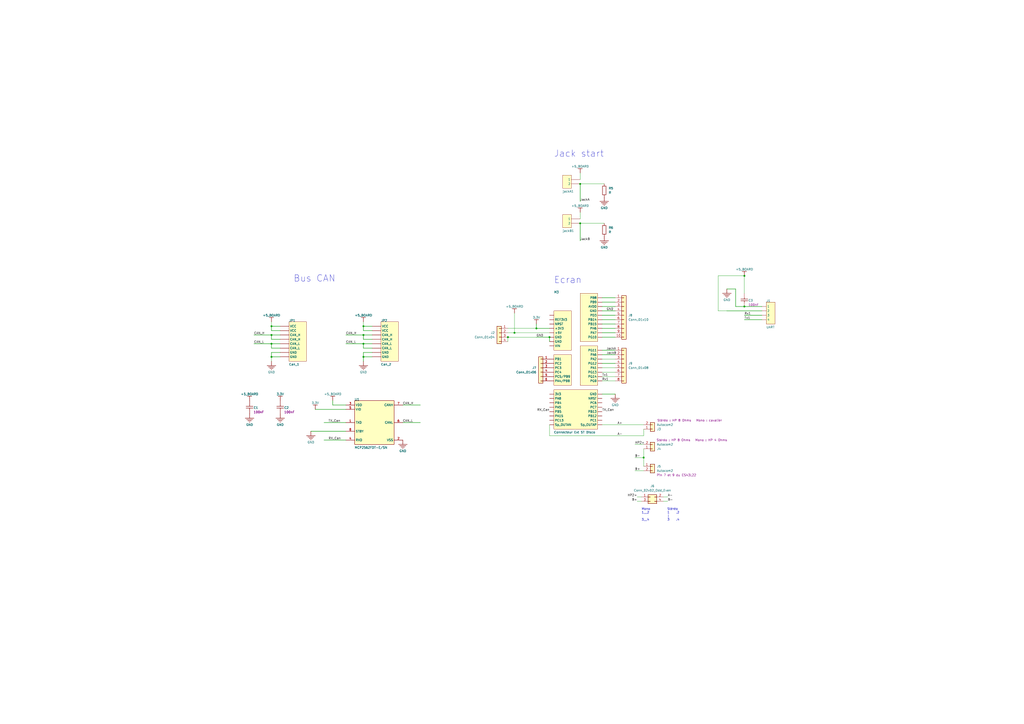
<source format=kicad_sch>
(kicad_sch (version 20211123) (generator eeschema)
  (paper "A2")
  (lib_symbols
    (symbol "0_SymbGamelGe2_v6:Autocom2" (pin_names (offset 1.016) hide)
      (property "Reference" "J" (at 0 2.54 0))
      (property "Value" "Autocom2" (at 0 -5.08 0))
      (symbol "Autocom2_1_1"
        (rectangle (start -1.27 -2.413) (end 0 -2.667) (stroke (width 0.1524)))
        (rectangle (start -1.27 0.127) (end 0 -0.127) (stroke (width 0.1524)))
        (rectangle (start -1.27 1.27) (end 1.27 -3.81) (stroke (width 0.254)) (fill (type background)))
        (pin passive line (at -5.08 0 0) (length 3.81) (name "Pin_1") (number "1"))
        (pin passive line (at -5.08 -2.54 0) (length 3.81) (name "Pin_2") (number "2"))
      )
    )
    (symbol "0_SymbGamelGe2_v6:R" (pin_numbers hide) (pin_names (offset 0))
      (property "Reference" "R" (at 2.032 0 90))
      (property "Value" "R" (at 0 0 90))
      (symbol "R_0_1"
        (rectangle (start -1.016 -2.54) (end 1.016 2.54) (stroke (width 0.254)))
      )
      (symbol "R_1_1"
        (pin passive line (at 0 3.81 270) (length 1.27) (name "~") (number "1"))
        (pin passive line (at 0 -3.81 90) (length 1.27) (name "~") (number "2"))
      )
    )
    (symbol "Connector_Generic:Conn_01x04" (pin_names (offset 1.016) hide)
      (property "Reference" "J" (at 0 5.08 0))
      (property "Value" "Conn_01x04" (at 0 -7.62 0))
      (symbol "Conn_01x04_1_1"
        (rectangle (start -1.27 -4.953) (end 0 -5.207) (stroke (width 0.1524)))
        (rectangle (start -1.27 -2.413) (end 0 -2.667) (stroke (width 0.1524)))
        (rectangle (start -1.27 0.127) (end 0 -0.127) (stroke (width 0.1524)))
        (rectangle (start -1.27 2.667) (end 0 2.413) (stroke (width 0.1524)))
        (rectangle (start -1.27 3.81) (end 1.27 -6.35) (stroke (width 0.254)) (fill (type background)))
        (pin passive line (at -5.08 2.54 0) (length 3.81) (name "Pin_1") (number "1"))
        (pin passive line (at -5.08 0 0) (length 3.81) (name "Pin_2") (number "2"))
        (pin passive line (at -5.08 -2.54 0) (length 3.81) (name "Pin_3") (number "3"))
        (pin passive line (at -5.08 -5.08 0) (length 3.81) (name "Pin_4") (number "4"))
      )
    )
    (symbol "Connector_Generic:Conn_01x06" (pin_names (offset 1.016) hide)
      (property "Reference" "J" (at 0 7.62 0))
      (property "Value" "Conn_01x06" (at 0 -10.16 0))
      (symbol "Conn_01x06_1_1"
        (rectangle (start -1.27 -7.493) (end 0 -7.747) (stroke (width 0.1524)))
        (rectangle (start -1.27 -4.953) (end 0 -5.207) (stroke (width 0.1524)))
        (rectangle (start -1.27 -2.413) (end 0 -2.667) (stroke (width 0.1524)))
        (rectangle (start -1.27 0.127) (end 0 -0.127) (stroke (width 0.1524)))
        (rectangle (start -1.27 2.667) (end 0 2.413) (stroke (width 0.1524)))
        (rectangle (start -1.27 5.207) (end 0 4.953) (stroke (width 0.1524)))
        (rectangle (start -1.27 6.35) (end 1.27 -8.89) (stroke (width 0.254)) (fill (type background)))
        (pin passive line (at -5.08 5.08 0) (length 3.81) (name "Pin_1") (number "1"))
        (pin passive line (at -5.08 2.54 0) (length 3.81) (name "Pin_2") (number "2"))
        (pin passive line (at -5.08 0 0) (length 3.81) (name "Pin_3") (number "3"))
        (pin passive line (at -5.08 -2.54 0) (length 3.81) (name "Pin_4") (number "4"))
        (pin passive line (at -5.08 -5.08 0) (length 3.81) (name "Pin_5") (number "5"))
        (pin passive line (at -5.08 -7.62 0) (length 3.81) (name "Pin_6") (number "6"))
      )
    )
    (symbol "Connector_Generic:Conn_01x08" (pin_names (offset 1.016) hide)
      (property "Reference" "J" (at 0 10.16 0))
      (property "Value" "Conn_01x08" (at 0 -12.7 0))
      (symbol "Conn_01x08_1_1"
        (rectangle (start -1.27 -10.033) (end 0 -10.287) (stroke (width 0.1524)))
        (rectangle (start -1.27 -7.493) (end 0 -7.747) (stroke (width 0.1524)))
        (rectangle (start -1.27 -4.953) (end 0 -5.207) (stroke (width 0.1524)))
        (rectangle (start -1.27 -2.413) (end 0 -2.667) (stroke (width 0.1524)))
        (rectangle (start -1.27 0.127) (end 0 -0.127) (stroke (width 0.1524)))
        (rectangle (start -1.27 2.667) (end 0 2.413) (stroke (width 0.1524)))
        (rectangle (start -1.27 5.207) (end 0 4.953) (stroke (width 0.1524)))
        (rectangle (start -1.27 7.747) (end 0 7.493) (stroke (width 0.1524)))
        (rectangle (start -1.27 8.89) (end 1.27 -11.43) (stroke (width 0.254)) (fill (type background)))
        (pin passive line (at -5.08 7.62 0) (length 3.81) (name "Pin_1") (number "1"))
        (pin passive line (at -5.08 5.08 0) (length 3.81) (name "Pin_2") (number "2"))
        (pin passive line (at -5.08 2.54 0) (length 3.81) (name "Pin_3") (number "3"))
        (pin passive line (at -5.08 0 0) (length 3.81) (name "Pin_4") (number "4"))
        (pin passive line (at -5.08 -2.54 0) (length 3.81) (name "Pin_5") (number "5"))
        (pin passive line (at -5.08 -5.08 0) (length 3.81) (name "Pin_6") (number "6"))
        (pin passive line (at -5.08 -7.62 0) (length 3.81) (name "Pin_7") (number "7"))
        (pin passive line (at -5.08 -10.16 0) (length 3.81) (name "Pin_8") (number "8"))
      )
    )
    (symbol "Connector_Generic:Conn_01x10" (pin_names (offset 1.016) hide)
      (property "Reference" "J" (at 0 12.7 0))
      (property "Value" "Conn_01x10" (at 0 -15.24 0))
      (symbol "Conn_01x10_1_1"
        (rectangle (start -1.27 -12.573) (end 0 -12.827) (stroke (width 0.1524)))
        (rectangle (start -1.27 -10.033) (end 0 -10.287) (stroke (width 0.1524)))
        (rectangle (start -1.27 -7.493) (end 0 -7.747) (stroke (width 0.1524)))
        (rectangle (start -1.27 -4.953) (end 0 -5.207) (stroke (width 0.1524)))
        (rectangle (start -1.27 -2.413) (end 0 -2.667) (stroke (width 0.1524)))
        (rectangle (start -1.27 0.127) (end 0 -0.127) (stroke (width 0.1524)))
        (rectangle (start -1.27 2.667) (end 0 2.413) (stroke (width 0.1524)))
        (rectangle (start -1.27 5.207) (end 0 4.953) (stroke (width 0.1524)))
        (rectangle (start -1.27 7.747) (end 0 7.493) (stroke (width 0.1524)))
        (rectangle (start -1.27 10.287) (end 0 10.033) (stroke (width 0.1524)))
        (rectangle (start -1.27 11.43) (end 1.27 -13.97) (stroke (width 0.254)) (fill (type background)))
        (pin passive line (at -5.08 10.16 0) (length 3.81) (name "Pin_1") (number "1"))
        (pin passive line (at -5.08 -12.7 0) (length 3.81) (name "Pin_10") (number "10"))
        (pin passive line (at -5.08 7.62 0) (length 3.81) (name "Pin_2") (number "2"))
        (pin passive line (at -5.08 5.08 0) (length 3.81) (name "Pin_3") (number "3"))
        (pin passive line (at -5.08 2.54 0) (length 3.81) (name "Pin_4") (number "4"))
        (pin passive line (at -5.08 0 0) (length 3.81) (name "Pin_5") (number "5"))
        (pin passive line (at -5.08 -2.54 0) (length 3.81) (name "Pin_6") (number "6"))
        (pin passive line (at -5.08 -5.08 0) (length 3.81) (name "Pin_7") (number "7"))
        (pin passive line (at -5.08 -7.62 0) (length 3.81) (name "Pin_8") (number "8"))
        (pin passive line (at -5.08 -10.16 0) (length 3.81) (name "Pin_9") (number "9"))
      )
    )
    (symbol "Connector_Generic:Conn_02x02_Odd_Even" (pin_names (offset 1.016) hide)
      (property "Reference" "J" (at 1.27 2.54 0))
      (property "Value" "Conn_02x02_Odd_Even" (at 1.27 -5.08 0))
      (symbol "Conn_02x02_Odd_Even_1_1"
        (rectangle (start -1.27 -2.413) (end 0 -2.667) (stroke (width 0.1524)))
        (rectangle (start -1.27 0.127) (end 0 -0.127) (stroke (width 0.1524)))
        (rectangle (start -1.27 1.27) (end 3.81 -3.81) (stroke (width 0.254)) (fill (type background)))
        (rectangle (start 3.81 -2.413) (end 2.54 -2.667) (stroke (width 0.1524)))
        (rectangle (start 3.81 0.127) (end 2.54 -0.127) (stroke (width 0.1524)))
        (pin passive line (at -5.08 0 0) (length 3.81) (name "Pin_1") (number "1"))
        (pin passive line (at 7.62 0 180) (length 3.81) (name "Pin_2") (number "2"))
        (pin passive line (at -5.08 -2.54 0) (length 3.81) (name "Pin_3") (number "3"))
        (pin passive line (at 7.62 -2.54 180) (length 3.81) (name "Pin_4") (number "4"))
      )
    )
    (symbol "Schéma Carte Commande-altium-import:+5_BOARD" (power)
      (property "Reference" "#PWR" (at 0 0 0))
      (property "Value" "+5_BOARD" (at 0 3.81 0))
      (symbol "+5_BOARD_0_0"
        (polyline (pts (xy -1.27 -2.54) (xy 1.27 -2.54)) (stroke (width 0.254)))
        (polyline (pts (xy 0 0) (xy 0 -2.54)) (stroke (width 0.254)))
        (pin power_in line (at 0 0 0) (length 0) hide (name "+5_BOARD") (number ""))
      )
    )
    (symbol "Schéma Carte Commande-altium-import:0_Conn. - CAN"
      (property "Value" "0_Conn. - CAN" (at 0 0 0))
      (symbol "0_Conn. - CAN_1_0"
        (rectangle (start 15.24 5.08) (end 5.08 -17.78) (fill (type background)))
        (pin passive line (at 0 0 0) (length 5.08) (name "VCC") (number "1"))
        (pin passive line (at 0 -12.7 0) (length 5.08) (name "GND") (number "2"))
        (pin passive line (at 0 -10.16 0) (length 5.08) (name "CAN_L") (number "3"))
        (pin passive line (at 0 -5.08 0) (length 5.08) (name "CAN_H") (number "4"))
        (pin passive line (at 0 -2.54 0) (length 5.08) (name "CAN_H") (number "5"))
        (pin passive line (at 0 -7.62 0) (length 5.08) (name "CAN_L") (number "6"))
        (pin passive line (at 0 -15.24 0) (length 5.08) (name "GND") (number "7"))
        (pin passive line (at 0 2.54 0) (length 5.08) (name "VCC") (number "8"))
      )
    )
    (symbol "Schéma Carte Commande-altium-import:0_fcb6c66e4429206983adab9201371df"
      (property "Value" "0_fcb6c66e4429206983adab9201371df" (at 0 0 0))
      (symbol "0_fcb6c66e4429206983adab9201371df_1_0"
        (rectangle (start 27.94 2.54) (end 5.08 -22.86) (stroke (width 0.254)) (fill (type background)))
        (pin input line (at 0 -10.16 0) (length 5.08) (name "TXD") (number "1"))
        (pin power_in line (at 33.02 -20.32 180) (length 5.08) (name "VSS") (number "2"))
        (pin power_in line (at 0 0 0) (length 5.08) (name "VDD") (number "3"))
        (pin output line (at 0 -20.32 0) (length 5.08) (name "RXD") (number "4"))
        (pin power_in line (at 0 -2.54 0) (length 5.08) (name "VIO") (number "5"))
        (pin bidirectional line (at 33.02 -10.16 180) (length 5.08) (name "CANL") (number "6"))
        (pin bidirectional line (at 33.02 0 180) (length 5.08) (name "CANH") (number "7"))
        (pin input line (at 0 -15.24 0) (length 5.08) (name "STBY") (number "8"))
      )
    )
    (symbol "Schéma Carte Commande-altium-import:0_mirrored_Autocom_4"
      (property "Value" "0_mirrored_Autocom_4" (at 0 0 0))
      (symbol "0_mirrored_Autocom_4_1_0"
        (rectangle (start 0 2.54) (end -5.08 -10.16) (fill (type background)))
        (pin passive line (at -7.62 0 0) (length 2.54) (name "1") (number "1"))
        (pin passive line (at -7.62 -2.54 0) (length 2.54) (name "2") (number "2"))
        (pin passive line (at -7.62 -5.08 0) (length 2.54) (name "3") (number "3"))
        (pin passive line (at -7.62 -7.62 0) (length 2.54) (name "4") (number "4"))
      )
    )
    (symbol "Schéma Carte Commande-altium-import:1_Cap"
      (property "Value" "1_Cap" (at 0 0 0))
      (symbol "1_Cap_1_0"
        (polyline (pts (xy 0.508 1.778) (xy 4.572 1.778)) (stroke (width 0.254)))
        (polyline (pts (xy 2.54 0) (xy 2.54 0.762)) (stroke (width 0.254)))
        (polyline (pts (xy 2.54 2.54) (xy 2.54 1.778)) (stroke (width 0.254)))
        (polyline (pts (xy 4.572 0.762) (xy 0.508 0.762)) (stroke (width 0.254)))
        (pin passive line (at 2.54 -2.54 90) (length 2.54) (name "1") (number "1"))
        (pin passive line (at 2.54 5.08 270) (length 2.54) (name "2") (number "2"))
      )
    )
    (symbol "Schéma Carte Commande-altium-import:1_Cap_np"
      (property "Value" "1_Cap_np" (at 0 0 0))
      (symbol "1_Cap_np_1_0"
        (polyline (pts (xy -2.032 4.318) (xy 2.032 4.318)) (stroke (width 0.254)))
        (polyline (pts (xy 0 2.54) (xy 0 3.302)) (stroke (width 0.254)))
        (polyline (pts (xy 0 5.08) (xy 0 4.318)) (stroke (width 0.254)))
        (polyline (pts (xy 2.032 3.302) (xy -2.032 3.302)) (stroke (width 0.254)))
        (pin passive line (at 0 0 90) (length 2.54) (name "1") (number "1"))
        (pin passive line (at 0 7.62 270) (length 2.54) (name "2") (number "2"))
      )
    )
    (symbol "Schéma Carte Commande-altium-import:GND" (power)
      (property "Reference" "#PWR" (at 0 0 0))
      (property "Value" "GND" (at 0 6.35 0))
      (symbol "GND_0_0"
        (polyline (pts (xy -2.54 -2.54) (xy 2.54 -2.54)) (stroke (width 0.254)))
        (polyline (pts (xy -1.778 -3.302) (xy 1.778 -3.302)) (stroke (width 0.254)))
        (polyline (pts (xy -1.016 -4.064) (xy 1.016 -4.064)) (stroke (width 0.254)))
        (polyline (pts (xy -0.254 -4.826) (xy 0.254 -4.826)) (stroke (width 0.254)))
        (polyline (pts (xy 0 0) (xy 0 -2.54)) (stroke (width 0.254)))
        (pin power_in line (at 0 0 0) (length 0) hide (name "GND") (number ""))
      )
    )
    (symbol "Sheet1_V9-altium-import:0_Connecteur Ext ST Disco"
      (property "Value" "0_Connecteur Ext ST Disco" (at 0 0 0))
      (symbol "0_Connecteur Ext ST Disco_1_0"
        (rectangle (start -2.54 0) (end -12.7 -17.78) (fill (type background)))
        (rectangle (start -2.54 25.4) (end -12.7 2.54) (fill (type background)))
        (rectangle (start 12.7 -20.32) (end -12.7 -43.18) (fill (type background)))
        (rectangle (start 12.7 5.08) (end 2.54 -17.78) (fill (type background)))
        (rectangle (start 12.7 35.56) (end 2.54 7.62) (fill (type background)))
        (pin passive line (at -15.24 22.86 0) (length 2.54) (name "1") (number "1"))
        (pin passive line (at -15.24 -5.08 0) (length 2.54) (name "PC2") (number "10"))
        (pin passive line (at -15.24 -7.62 0) (length 2.54) (name "PC3") (number "11"))
        (pin passive line (at -15.24 -10.16 0) (length 2.54) (name "PC4") (number "12"))
        (pin passive line (at -15.24 -12.7 0) (length 2.54) (name "PC5/PB9") (number "13"))
        (pin passive line (at -15.24 -15.24 0) (length 2.54) (name "PA4/PB8") (number "14"))
        (pin bidirectional line (at 15.24 -15.24 180) (length 2.54) (name "PG9") (number "15"))
        (pin bidirectional line (at 15.24 -12.7 180) (length 2.54) (name "PG14") (number "16"))
        (pin bidirectional line (at 15.24 -10.16 180) (length 2.54) (name "PG13") (number "17"))
        (pin bidirectional line (at 15.24 -7.62 180) (length 2.54) (name "PA1") (number "18"))
        (pin bidirectional line (at 15.24 -5.08 180) (length 2.54) (name "PG12") (number "19"))
        (pin passive line (at -15.24 20.32 0) (length 2.54) (name "REF3V3") (number "2"))
        (pin bidirectional line (at 15.24 -2.54 180) (length 2.54) (name "PA2") (number "20"))
        (pin bidirectional line (at 15.24 0 180) (length 2.54) (name "PA6") (number "21"))
        (pin bidirectional line (at 15.24 2.54 180) (length 2.54) (name "PG11") (number "22"))
        (pin bidirectional line (at 15.24 10.16 180) (length 2.54) (name "PG10") (number "23"))
        (pin bidirectional line (at 15.24 12.7 180) (length 2.54) (name "PA7") (number "24"))
        (pin bidirectional line (at 15.24 15.24 180) (length 2.54) (name "PH6") (number "25"))
        (pin bidirectional line (at 15.24 17.78 180) (length 2.54) (name "PB15") (number "26"))
        (pin bidirectional line (at 15.24 20.32 180) (length 2.54) (name "PB14") (number "27"))
        (pin bidirectional line (at 15.24 22.86 180) (length 2.54) (name "PD3") (number "28"))
        (pin passive line (at 15.24 25.4 180) (length 2.54) (name "GND") (number "29"))
        (pin passive line (at -15.24 17.78 0) (length 2.54) (name "NRST") (number "3"))
        (pin passive line (at 15.24 27.94 180) (length 2.54) (name "AVDD") (number "30"))
        (pin bidirectional line (at 15.24 30.48 180) (length 2.54) (name "PB9") (number "31"))
        (pin bidirectional line (at 15.24 33.02 180) (length 2.54) (name "PB8") (number "32"))
        (pin passive line (at -15.24 -22.86 0) (length 2.54) (name "3V3") (number "33"))
        (pin passive line (at 15.24 -22.86 180) (length 2.54) (name "GND") (number "34"))
        (pin bidirectional line (at -15.24 -25.4 0) (length 2.54) (name "PA8") (number "35"))
        (pin bidirectional line (at 15.24 -25.4 180) (length 2.54) (name "NRST") (number "36"))
        (pin bidirectional line (at -15.24 -27.94 0) (length 2.54) (name "PB4") (number "37"))
        (pin bidirectional line (at 15.24 -27.94 180) (length 2.54) (name "PC6") (number "38"))
        (pin bidirectional line (at -15.24 -30.48 0) (length 2.54) (name "PA5") (number "39"))
        (pin passive line (at -15.24 15.24 0) (length 2.54) (name "+3V3") (number "4"))
        (pin bidirectional line (at 15.24 -30.48 180) (length 2.54) (name "PC7") (number "40"))
        (pin bidirectional line (at -15.24 -33.02 0) (length 2.54) (name "PB5") (number "41"))
        (pin bidirectional line (at 15.24 -33.02 180) (length 2.54) (name "PB13") (number "42"))
        (pin bidirectional line (at -15.24 -35.56 0) (length 2.54) (name "PA15") (number "43"))
        (pin bidirectional line (at 15.24 -35.56 180) (length 2.54) (name "PB12") (number "44"))
        (pin bidirectional line (at -15.24 -38.1 0) (length 2.54) (name "PC13") (number "45"))
        (pin bidirectional line (at 15.24 -38.1 180) (length 2.54) (name "PC1") (number "46"))
        (pin output line (at -15.24 -40.64 0) (length 2.54) (name "Sp_OUTAN") (number "47"))
        (pin output line (at 15.24 -40.64 180) (length 2.54) (name "Sp_OUTAP") (number "48"))
        (pin passive line (at -15.24 12.7 0) (length 2.54) (name "+5V") (number "5"))
        (pin passive line (at -15.24 10.16 0) (length 2.54) (name "GND") (number "6"))
        (pin passive line (at -15.24 7.62 0) (length 2.54) (name "GND") (number "7"))
        (pin passive line (at -15.24 5.08 0) (length 2.54) (name "VIN") (number "8"))
        (pin passive line (at -15.24 -2.54 0) (length 2.54) (name "PB1") (number "9"))
      )
    )
    (symbol "Sheet1_V9-altium-import:0_mirrored_Conn. - 2 - Header - Gen."
      (property "Value" "0_mirrored_Conn. - 2 - Header - Gen." (at 0 0 0))
      (symbol "0_mirrored_Conn. - 2 - Header - Gen._1_0"
        (rectangle (start -5.08 2.54) (end -10.16 -5.08) (fill (type background)))
        (pin passive line (at 0 0 180) (length 5.08) (name "1") (number "1"))
        (pin passive line (at 0 -2.54 180) (length 5.08) (name "2") (number "2"))
      )
    )
    (symbol "Sheet1_V9-altium-import:3.3V" (power)
      (property "Reference" "#PWR" (at 0 0 0))
      (property "Value" "3.3V" (at 0 3.81 0))
      (symbol "3.3V_0_0"
        (polyline (pts (xy -1.27 -2.54) (xy 1.27 -2.54)) (stroke (width 0.254)))
        (polyline (pts (xy 0 0) (xy 0 -2.54)) (stroke (width 0.254)))
        (pin power_in line (at 0 0 0) (length 0) hide (name "3.3V") (number ""))
      )
    )
    (symbol "Sheet1_V9-altium-import:GND" (power)
      (property "Reference" "#PWR" (at 0 0 0))
      (property "Value" "GND" (at 0 6.35 0))
      (symbol "GND_0_0"
        (polyline (pts (xy -2.54 -2.54) (xy 2.54 -2.54)) (stroke (width 0.254)))
        (polyline (pts (xy -1.778 -3.302) (xy 1.778 -3.302)) (stroke (width 0.254)))
        (polyline (pts (xy -1.016 -4.064) (xy 1.016 -4.064)) (stroke (width 0.254)))
        (polyline (pts (xy -0.254 -4.826) (xy 0.254 -4.826)) (stroke (width 0.254)))
        (polyline (pts (xy 0 0) (xy 0 -2.54)) (stroke (width 0.254)))
        (pin power_in line (at 0 0 0) (length 0) hide (name "GND") (number ""))
      )
    )
  )
  (junction (at 157.48 194.31))
  (junction (at 294.64 195.58))
  (junction (at 311.15 190.5))
  (junction (at 157.48 199.39))
  (junction (at 373.38 265.43))
  (junction (at 157.48 189.23))
  (junction (at 318.77 195.58))
  (junction (at 298.45 193.04))
  (junction (at 336.55 106.68))
  (junction (at 336.55 129.54))
  (junction (at 431.8 160.02))
  (junction (at 431.8 177.8))
  (junction (at 210.82 199.39))
  (junction (at 157.48 207.01))
  (junction (at 210.82 194.31))
  (junction (at 210.82 189.23))
  (junction (at 210.82 207.01))
  (wire (pts (xy 157.48 194.31) (xy 162.56 194.31)) (stroke (width 0.254)))
  (wire (pts (xy 162.56 201.93) (xy 157.48 201.93)) (stroke (width 0.254)))
  (wire (pts (xy 318.77 195.58) (xy 311.15 195.58)) (stroke (width 0.254)))
  (wire (pts (xy 336.55 129.54) (xy 336.55 139.7)) (stroke (width 0.254)))
  (wire (pts (xy 349.25 203.2) (xy 356.87 203.2)) (stroke (width 0.254)))
  (wire (pts (xy 210.82 204.47) (xy 210.82 207.01)) (stroke (width 0.254)))
  (wire (pts (xy 336.55 129.54) (xy 350.52 129.54)))
  (wire (pts (xy 368.3 265.43) (xy 373.38 265.43)))
  (wire (pts (xy 157.48 199.39) (xy 162.56 199.39)) (stroke (width 0.254)))
  (wire (pts (xy 157.48 207.01) (xy 157.48 209.55)))
  (wire (pts (xy 356.87 177.8) (xy 349.25 177.8)) (stroke (width 0.254)))
  (wire (pts (xy 349.25 215.9) (xy 356.87 215.9)))
  (wire (pts (xy 200.66 199.39) (xy 210.82 199.39)) (stroke (width 0.254)))
  (wire (pts (xy 298.45 193.04) (xy 318.77 193.04)))
  (wire (pts (xy 182.88 237.49) (xy 200.66 237.49)) (stroke (width 0.254)))
  (wire (pts (xy 369.57 290.83) (xy 372.11 290.83)))
  (wire (pts (xy 162.56 196.85) (xy 157.48 196.85)) (stroke (width 0.254)))
  (wire (pts (xy 318.77 198.12) (xy 318.77 195.58)) (stroke (width 0.254)))
  (wire (pts (xy 373.38 252.73) (xy 373.38 248.92)))
  (wire (pts (xy 215.9 201.93) (xy 210.82 201.93)) (stroke (width 0.254)))
  (wire (pts (xy 187.96 255.27) (xy 200.66 255.27)) (stroke (width 0.254)))
  (wire (pts (xy 210.82 207.01) (xy 210.82 209.55)) (stroke (width 0.254)))
  (wire (pts (xy 147.32 194.31) (xy 157.48 194.31)) (stroke (width 0.254)))
  (wire (pts (xy 215.9 207.01) (xy 210.82 207.01)) (stroke (width 0.254)))
  (wire (pts (xy 147.32 199.39) (xy 157.48 199.39)) (stroke (width 0.254)))
  (wire (pts (xy 162.56 191.77) (xy 157.48 191.77)) (stroke (width 0.254)))
  (wire (pts (xy 311.15 190.5) (xy 318.77 190.5)) (stroke (width 0.254)))
  (wire (pts (xy 187.96 245.11) (xy 200.66 245.11)) (stroke (width 0.254)))
  (wire (pts (xy 431.8 177.8) (xy 426.72 177.8)) (stroke (width 0.254)))
  (wire (pts (xy 318.77 252.73) (xy 373.38 252.73)))
  (wire (pts (xy 356.87 175.26) (xy 349.25 175.26)) (stroke (width 0.254)))
  (wire (pts (xy 356.87 180.34) (xy 349.25 180.34)) (stroke (width 0.254)))
  (wire (pts (xy 336.55 123.19) (xy 336.55 127)))
  (wire (pts (xy 369.57 288.29) (xy 372.11 288.29)))
  (wire (pts (xy 193.04 232.41) (xy 193.04 234.95)) (stroke (width 0.254)))
  (wire (pts (xy 215.9 191.77) (xy 210.82 191.77)) (stroke (width 0.254)))
  (wire (pts (xy 349.25 187.96) (xy 356.87 187.96)) (stroke (width 0.254)))
  (wire (pts (xy 243.84 245.11) (xy 233.68 245.11)) (stroke (width 0.254)))
  (wire (pts (xy 200.66 194.31) (xy 210.82 194.31)) (stroke (width 0.254)))
  (wire (pts (xy 210.82 194.31) (xy 215.9 194.31)) (stroke (width 0.254)))
  (wire (pts (xy 336.55 106.68) (xy 336.55 116.84)) (stroke (width 0.254)))
  (wire (pts (xy 373.38 257.81) (xy 368.3 257.81)))
  (wire (pts (xy 157.48 189.23) (xy 162.56 189.23)) (stroke (width 0.254)))
  (wire (pts (xy 210.82 186.69) (xy 210.82 189.23)))
  (wire (pts (xy 349.25 205.74) (xy 356.87 205.74)) (stroke (width 0.254)))
  (wire (pts (xy 294.64 190.5) (xy 311.15 190.5)))
  (wire (pts (xy 349.25 195.58) (xy 356.87 195.58)) (stroke (width 0.254)))
  (wire (pts (xy 215.9 196.85) (xy 210.82 196.85)) (stroke (width 0.254)))
  (wire (pts (xy 298.45 181.61) (xy 298.45 193.04)))
  (wire (pts (xy 210.82 199.39) (xy 215.9 199.39)) (stroke (width 0.254)))
  (wire (pts (xy 426.72 167.64) (xy 421.64 167.64)) (stroke (width 0.254)))
  (wire (pts (xy 180.34 250.19) (xy 200.66 250.19)) (stroke (width 0.254)))
  (wire (pts (xy 349.25 246.38) (xy 373.38 246.38)))
  (wire (pts (xy 421.64 180.34) (xy 416.56 180.34)))
  (wire (pts (xy 349.25 185.42) (xy 356.87 185.42)) (stroke (width 0.254)))
  (wire (pts (xy 373.38 273.05) (xy 368.3 273.05)))
  (wire (pts (xy 373.38 260.35) (xy 373.38 265.43)))
  (wire (pts (xy 441.96 177.8) (xy 431.8 177.8)) (stroke (width 0.254)))
  (wire (pts (xy 431.8 185.42) (xy 441.96 185.42)) (stroke (width 0.254)))
  (wire (pts (xy 336.55 106.68) (xy 350.52 106.68)))
  (wire (pts (xy 431.8 160.02) (xy 431.8 170.18)))
  (wire (pts (xy 157.48 186.69) (xy 157.48 189.23)))
  (wire (pts (xy 294.64 195.58) (xy 294.64 198.12)))
  (wire (pts (xy 349.25 193.04) (xy 356.87 193.04)) (stroke (width 0.254)))
  (wire (pts (xy 157.48 191.77) (xy 157.48 189.23)) (stroke (width 0.254)))
  (wire (pts (xy 349.25 228.6) (xy 356.87 228.6)) (stroke (width 0.254)))
  (wire (pts (xy 349.25 182.88) (xy 356.87 182.88)) (stroke (width 0.254)))
  (wire (pts (xy 349.25 218.44) (xy 356.87 218.44)))
  (wire (pts (xy 294.64 193.04) (xy 298.45 193.04)))
  (wire (pts (xy 157.48 196.85) (xy 157.48 194.31)) (stroke (width 0.254)))
  (wire (pts (xy 356.87 172.72) (xy 349.25 172.72)) (stroke (width 0.254)))
  (wire (pts (xy 416.56 180.34) (xy 416.56 160.02)))
  (wire (pts (xy 416.56 160.02) (xy 431.8 160.02)))
  (wire (pts (xy 349.25 213.36) (xy 356.87 213.36)))
  (wire (pts (xy 157.48 201.93) (xy 157.48 199.39)) (stroke (width 0.254)))
  (wire (pts (xy 162.56 207.01) (xy 157.48 207.01)) (stroke (width 0.254)))
  (wire (pts (xy 349.25 210.82) (xy 356.87 210.82)) (stroke (width 0.254)))
  (wire (pts (xy 311.15 187.96) (xy 311.15 190.5)) (stroke (width 0.254)))
  (wire (pts (xy 294.64 195.58) (xy 311.15 195.58)))
  (wire (pts (xy 387.35 288.29) (xy 384.81 288.29)))
  (wire (pts (xy 349.25 208.28) (xy 356.87 208.28)))
  (wire (pts (xy 431.8 182.88) (xy 441.96 182.88)) (stroke (width 0.254)))
  (wire (pts (xy 318.77 246.38) (xy 318.77 252.73)))
  (wire (pts (xy 349.25 190.5) (xy 356.87 190.5)) (stroke (width 0.254)))
  (wire (pts (xy 210.82 201.93) (xy 210.82 199.39)) (stroke (width 0.254)))
  (wire (pts (xy 349.25 220.98) (xy 356.87 220.98)))
  (wire (pts (xy 387.35 290.83) (xy 384.81 290.83)))
  (wire (pts (xy 157.48 204.47) (xy 157.48 207.01)) (stroke (width 0.254)))
  (wire (pts (xy 210.82 191.77) (xy 210.82 189.23)) (stroke (width 0.254)))
  (wire (pts (xy 441.96 180.34) (xy 421.64 180.34)) (stroke (width 0.254)))
  (wire (pts (xy 210.82 189.23) (xy 215.9 189.23)) (stroke (width 0.254)))
  (wire (pts (xy 373.38 265.43) (xy 373.38 270.51)))
  (wire (pts (xy 336.55 100.33) (xy 336.55 104.14)))
  (wire (pts (xy 426.72 177.8) (xy 426.72 167.64)) (stroke (width 0.254)))
  (wire (pts (xy 193.04 234.95) (xy 200.66 234.95)) (stroke (width 0.254)))
  (wire (pts (xy 215.9 204.47) (xy 210.82 204.47)) (stroke (width 0.254)))
  (wire (pts (xy 243.84 234.95) (xy 233.68 234.95)) (stroke (width 0.254)))
  (wire (pts (xy 162.56 204.47) (xy 157.48 204.47)) (stroke (width 0.254)))
  (wire (pts (xy 210.82 196.85) (xy 210.82 194.31)) (stroke (width 0.254)))
  (text "Mono		Stéréo\n1__2		1	.2\n			|\n3__4		3	.4" (at 372.11 302.26 0) (effects (font (size 1.27 1.27)) (justify left bottom)))
  (text "Bus CAN" (at 170.18 163.83 180) (effects (font (size 3.81 3.81)) (justify left bottom)))
  (text "Jack start" (at 321.31 91.44 180) (effects (font (size 3.81 3.81)) (justify left bottom)))
  (text "Ecran" (at 321.31 164.719 180) (effects (font (size 3.81 3.81)) (justify left bottom)))
  (label "Tx1" (at 431.8 185.42 0))
  (label "CAN_L" (at 200.66 199.39 0))
  (label "TX_Can" (at 349.25 238.76 0))
  (label "B-" (at 387.35 290.83 0))
  (label "RX_Can" (at 190.5 255.27 0))
  (label "CAN_H" (at 200.66 194.31 0))
  (label "Rx1" (at 431.8 182.88 0))
  (label "CAN_H" (at 147.32 194.31 0))
  (label "A-" (at 387.35 288.29 0))
  (label "RX_Can" (at 318.77 238.76 180))
  (label "A-" (at 358.14 252.73 0))
  (label "CAN_L" (at 233.68 245.11 0))
  (label "JackA" (at 336.55 116.84 0))
  (label "CAN_H" (at 233.68 234.95 0))
  (label "JackA" (at 351.79 203.2 0))
  (label "GND" (at 351.79 180.34 0))
  (label "Rx1" (at 349.25 220.98 0))
  (label "CAN_L" (at 147.32 199.39 0))
  (label "B+" (at 369.57 290.83 180))
  (label "A+" (at 358.14 246.38 0))
  (label "HP2+" (at 369.57 288.29 180))
  (label "B-" (at 368.3 265.43 0))
  (label "HP2+" (at 368.3 257.81 0))
  (label "TX_Can" (at 190.5 245.11 0))
  (label "Tx1" (at 349.25 218.44 0))
  (label "B+" (at 368.3 273.05 0))
  (label "GND" (at 311.15 195.58 0))
  (label "JackB" (at 336.55 139.7 0))
  (label "JackB" (at 351.79 205.74 0))
  (symbol (lib_id "Connector_Generic:Conn_02x02_Odd_Even") (at 377.19 288.29 0) (unit 1)
    (property "Reference" "J6" (at 378.46 281.94 0))
    (property "Value" "Conn_02x02_Odd_Even" (at 378.46 284.48 0))
    (property "Footprint" "Connector_PinHeader_2.54mm:PinHeader_2x02_P2.54mm_Vertical" (effects hide))
  )
  (symbol (lib_id "Schéma Carte Commande-altium-import:0_Conn. - CAN") (at 215.9 191.77 0) (unit 1)
    (property "Reference" "JP2" (at 220.98 186.69 0) (effects (justify left bottom)))
    (property "Value" "Can_2" (at 220.98 212.09 0) (effects (justify left bottom)))
    (property "Footprint" "MM 8 CMS F" (effects hide))
    (property "COMPONENTLINK1URL" "http://www.tycoelectronics.com/commerce/DocumentDelivery/DDEController?Action=srchrtrv&DocNm=215083&DocType=Customer+Drawing&DocLang=English" (effects hide))
    (property "COMPONENTLINK1DESCRIPTION" "Datasheet" (effects hide))
    (property "SUPPLIER 1" "Farnell" (effects hide))
    (property "SUPPLIER PART NUMBER 1" "3784733" (effects hide))
    (property "MANUFACTURER" "TE CONNECTIVITY / AMP" (effects hide))
    (property "MANUFACTURER PART NUMBER" "7-188275-8" (effects hide))
    (property "ROHS" "YES" (effects hide))
    (property "STOCK 1" "13392" (effects hide))
    (property "PRICING 1" "10=0,92, 250=0,72, 900=0,64 (EUR)" (effects hide))
    (property "SÉRIE" "Micro-MaTch" (effects hide))
    (property "PAS" "1.27" (effects hide))
    (property "NOMBRE DE RANGÉES" "1" (effects hide))
    (property "NOMBRE DE CONTACTS" "8" (effects hide))
    (property "GENRE" "Embase" (effects hide))
    (property "TERMINAISON DU CONTACT" "Montage en surface vertical" (effects hide))
    (property "PLAQUAGE DU CONTACT" "Tin" (effects hide))
    (property "MATÉRIAU DU CONTACT" "Bronze phosphoreux" (effects hide))
    (property "CONNECTOR TYPE" "Board to Board" (effects hide))
    (property "COURANT DE CONTACT" "1.5" (effects hide))
    (property "MATIÈRE, CONTACT" "Bronze phosphoreux" (effects hide))
    (property "MÉTHODE DE TERMINAISON" "Solder" (effects hide))
    (property "NOMBRE DE PÂLES" "8" (effects hide))
    (property "NOMBRE DE VOIES" "8" (effects hide))
    (property "NUMÉRO AWG MAX.." "28" (effects hide))
    (property "PLAQUAGE CONTACT" "Etain / Plomb" (effects hide))
    (property "RÉSISTANCE, CONTACT" "50" (effects hide))
    (property "TEMPÉRATURE DE FONCTIONNEMENT MAX.." "105" (effects hide))
    (property "TEMPÉRATURE D'UTILISATION MIN" "-40" (effects hide))
    (property "TENSION C.A." "230" (effects hide))
    (property "TYPE DE BOITIER" "Polyester chargé verre" (effects hide))
    (property "TYPE DE CONNECTEUR" "Carte-à-carte" (effects hide))
    (property "COMPONENTLINK2URL" "http://www.tycoelectronics.com/commerce/DocumentDelivery/DDEController?Action=srchrtrv&DocNm=7-188275-8&DocType=Customer+View+Model&DocLang=English" (effects hide))
    (property "COMPONENTLINK2DESCRIPTION" "http://www.tycoelectronics.com/commerce/DocumentDelivery/DDEController?Action=srchrtrv&DocNm=7-188275-8&DocType=Customer+View+Model&DocLang=English" (effects hide))
    (property "COMPONENTLINK3URL" "http://www.farnell.com/datasheets/102135.pdf" (effects hide))
    (property "COMPONENTLINK3DESCRIPTION" "http://www.farnell.com/datasheets/102135.pdf" (effects hide))
  )
  (symbol (lib_id "Sheet1_V9-altium-import:0_mirrored_Conn. - 2 - Header - Gen.") (at 336.55 104.14 0) (unit 1)
    (property "Reference" "jackA1" (at 326.39 111.76 0) (effects (justify left bottom)))
    (property "Value" "Header 2" (effects hide))
    (property "Footprint" "Conn2br" (effects hide))
    (property "SUPPLIER 1" "Farnell" (effects hide))
    (property "MANUFACTURER" "Multicomp" (effects hide))
    (property "MANUFACTURER PART NUMBER" "2211S-02G" (effects hide))
    (property "STOCK 1" "371503" (effects hide))
    (property "PRICING 1" "1=0.0271, 5=0.0241, 25=0.0211, 50=0.018, 100=0.015, 250=0.0119 (EUR)" (effects hide))
    (property "PRODUCT RANGE" "2211S Series" (effects hide))
    (property "CONTACT TERMINATION TYPE" "Through Hole" (effects hide))
    (property "GENDER" "Header" (effects hide))
    (property "NO. OF CONTACTS" "2Contacts" (effects hide))
    (property "PITCH SPACING" "2.54mm" (effects hide))
    (property "CONTACT PLATING" "Gold Plated Contacts" (effects hide))
    (property "CONTACT MATERIAL" "Copper Alloy" (effects hide))
    (property "NO. OF ROWS" "1Rows" (effects hide))
    (property "SVHC" "No SVHC (15-Jun-2015)" (effects hide))
    (property "COMPONENTLINK1URL" "https://datasheet.ciiva.com/1433/1518407-1433869.pdf" (effects hide))
    (property "COMPONENTLINK1DESCRIPTION" "https://datasheet.ciiva.com/1433/1518407-1433869.pdf" (effects hide))
    (property "SUPPLIER PART NUMBER 1" "1593411" (effects hide))
  )
  (symbol (lib_id "0_SymbGamelGe2_v6:Autocom2") (at 378.46 270.51 0) (unit 1)
    (property "Reference" "J5" (at 381 270.5099 0) (effects (justify left)))
    (property "Value" "Autocom2" (at 381 273.0499 0) (effects (justify left)))
    (property "Footprint" "Connector_PinHeader_2.54mm:PinHeader_1x02_P2.54mm_Horizontal" (effects hide))
    (property "Comment" "Pin 7 et 9 du CS43L22" (at 392.43 275.59 0))
  )
  (symbol (lib_id "Schéma Carte Commande-altium-import:1_Cap_np") (at 162.56 240.03 0) (unit 1)
    (property "Reference" "C2" (at 164.846 237.236 0) (effects (justify left bottom)))
    (property "Value" "${ALTIUM_VALUE}" (effects hide))
    (property "Footprint" "Capacitor_SMD:C_1206_3216Metric" (effects hide))
    (property "REVISION" "July-2002: Re-released for DXP Platform." (effects hide))
    (property "ALTIUM_VALUE" "100nF" (at 164.846 239.776 0) (effects (justify left bottom)))
  )
  (symbol (lib_id "0_SymbGamelGe2_v6:R") (at 350.52 133.35 0) (unit 1)
    (property "Reference" "R6" (at 353.06 132.0799 0) (effects (justify left)))
    (property "Value" "R" (at 353.06 134.6199 0) (effects (justify left)))
    (property "Footprint" "FootprintGamelGe2_v6:R_Axial_DIN0207_L6.3mm_D2.5mm_P10.16mm_Horizontal" (effects hide))
  )
  (symbol (lib_id "Connector_Generic:Conn_01x08") (at 361.95 210.82 0) (unit 1)
    (property "Reference" "J9" (at 364.49 210.8199 0) (effects (justify left)))
    (property "Value" "Conn_01x08" (at 364.49 213.3599 0) (effects (justify left)))
    (property "Footprint" "Connector_PinHeader_2.54mm:PinHeader_1x08_P2.54mm_Vertical" (effects hide))
  )
  (symbol (lib_id "Schéma Carte Commande-altium-import:GND") (at 180.34 250.19 0) (unit 1)
    (property "Reference" "#PWR0110" (effects hide))
    (property "Value" "GND" (at 180.34 256.54 0))
  )
  (symbol (lib_id "Schéma Carte Commande-altium-import:1_Cap") (at 429.26 175.26 0) (unit 1)
    (property "Reference" "C3" (at 434.086 175.006 0) (effects (justify left bottom)))
    (property "Value" "Cap" (effects hide))
    (property "Footprint" "CAPA_2" (effects hide))
    (property "PUBLISHED" "8-Jun-2000" (effects hide))
    (property "REVISION" "July-2002: Re-released for DXP Platform." (effects hide))
    (property "PUBLISHER" "Altium Limited" (effects hide))
    (property "ALTIUM_VALUE" "100nF" (at 434.086 177.546 0) (effects (justify left bottom)))
  )
  (symbol (lib_id "Sheet1_V9-altium-import:0_mirrored_Conn. - 2 - Header - Gen.") (at 336.55 127 0) (unit 1)
    (property "Reference" "jackB1" (at 326.39 134.62 0) (effects (justify left bottom)))
    (property "Value" "Header 2" (effects hide))
    (property "Footprint" "Conn2br" (effects hide))
    (property "SUPPLIER 1" "Farnell" (effects hide))
    (property "MANUFACTURER" "Multicomp" (effects hide))
    (property "MANUFACTURER PART NUMBER" "2211S-02G" (effects hide))
    (property "STOCK 1" "371503" (effects hide))
    (property "PRICING 1" "1=0.0271, 5=0.0241, 25=0.0211, 50=0.018, 100=0.015, 250=0.0119 (EUR)" (effects hide))
    (property "PRODUCT RANGE" "2211S Series" (effects hide))
    (property "CONTACT TERMINATION TYPE" "Through Hole" (effects hide))
    (property "GENDER" "Header" (effects hide))
    (property "NO. OF CONTACTS" "2Contacts" (effects hide))
    (property "PITCH SPACING" "2.54mm" (effects hide))
    (property "CONTACT PLATING" "Gold Plated Contacts" (effects hide))
    (property "CONTACT MATERIAL" "Copper Alloy" (effects hide))
    (property "NO. OF ROWS" "1Rows" (effects hide))
    (property "SVHC" "No SVHC (15-Jun-2015)" (effects hide))
    (property "COMPONENTLINK1URL" "https://datasheet.ciiva.com/1433/1518407-1433869.pdf" (effects hide))
    (property "COMPONENTLINK1DESCRIPTION" "https://datasheet.ciiva.com/1433/1518407-1433869.pdf" (effects hide))
    (property "SUPPLIER PART NUMBER 1" "1593411" (effects hide))
  )
  (symbol (lib_id "Sheet1_V9-altium-import:GND") (at 356.87 228.6 0) (unit 1)
    (property "Reference" "#PWR0177" (effects hide))
    (property "Value" "GND" (at 356.87 234.95 0))
  )
  (symbol (lib_id "Schéma Carte Commande-altium-import:GND") (at 144.78 240.03 0) (unit 1)
    (property "Reference" "#PWR0119" (effects hide))
    (property "Value" "GND" (at 144.78 246.38 0))
  )
  (symbol (lib_id "Schéma Carte Commande-altium-import:+5_BOARD") (at 298.45 181.61 180) (unit 1)
    (property "Reference" "#PWR0112" (effects hide))
    (property "Value" "+5_BOARD" (at 298.45 177.8 0))
  )
  (symbol (lib_id "0_SymbGamelGe2_v6:Autocom2") (at 378.46 248.92 0) (mirror x) (unit 1)
    (property "Reference" "J3" (at 381 248.9201 0) (effects (justify left)))
    (property "Value" "Autocom2" (at 381 246.3801 0) (effects (justify left)))
    (property "Footprint" "Connector_PinHeader_2.54mm:PinHeader_1x02_P2.54mm_Horizontal" (effects hide))
    (property "Comment" "Stéréo : HP 8 Ohms   Mono : cavalier" (at 400.05 243.84 0))
  )
  (symbol (lib_id "Sheet1_V9-altium-import:3.3V") (at 182.88 237.49 180) (unit 1)
    (property "Reference" "#PWR0116" (effects hide))
    (property "Value" "3.3V" (at 182.88 233.68 0))
  )
  (symbol (lib_id "Sheet1_V9-altium-import:GND") (at 350.52 137.16 0) (unit 1)
    (property "Reference" "#PWR0101" (effects hide))
    (property "Value" "GND" (at 350.52 143.51 0))
  )
  (symbol (lib_id "Schéma Carte Commande-altium-import:GND") (at 162.56 240.03 0) (unit 1)
    (property "Reference" "#PWR0117" (effects hide))
    (property "Value" "GND" (at 162.56 246.38 0))
  )
  (symbol (lib_id "Schéma Carte Commande-altium-import:GND") (at 157.48 209.55 0) (unit 1)
    (property "Reference" "#PWR0121" (effects hide))
    (property "Value" "GND" (at 157.48 215.9 0))
  )
  (symbol (lib_id "Schéma Carte Commande-altium-import:0_fcb6c66e4429206983adab9201371df") (at 200.66 234.95 0) (unit 1)
    (property "Reference" "U1" (at 205.74 232.41 0) (effects (justify left bottom)))
    (property "Value" "MCP2562FDT-E/SN" (at 205.74 260.35 0) (effects (justify left bottom)))
    (property "Footprint" "FP-C04-057-SN-MFG" (effects hide))
    (property "WEIGHT" "0.019048oz" (effects hide))
    (property "PACKAGE QUANTITY" "3300" (effects hide))
    (property "CASE/PACKAGE" "SOIC" (effects hide))
    (property "OPERATING SUPPLY CURRENT" "70mA" (effects hide))
    (property "MOUNT" "Surface Mount" (effects hide))
    (property "DATA RATE" "8Mbps" (effects hide))
    (property "NUMBER OF TRANSCEIVERS" "1" (effects hide))
    (property "MAX OPERATING TEMPERATURE" "125°C" (effects hide))
    (property "MIN OPERATING TEMPERATURE" "-40°C" (effects hide))
    (property "RECEIVER HYSTERESIS" "200mV" (effects hide))
    (property "PACKAGING" "Tape and Reel" (effects hide))
    (property "MAX SUPPLY VOLTAGE" "5.5V" (effects hide))
    (property "NUMBER OF PINS" "8" (effects hide))
    (property "MIN SUPPLY VOLTAGE" "4.5V" (effects hide))
  )
  (symbol (lib_id "Connector_Generic:Conn_01x10") (at 361.95 182.88 0) (unit 1)
    (property "Reference" "J8" (at 364.49 182.8799 0) (effects (justify left)))
    (property "Value" "Conn_01x10" (at 364.49 185.4199 0) (effects (justify left)))
    (property "Footprint" "Connector_PinHeader_2.54mm:PinHeader_1x10_P2.54mm_Vertical" (effects hide))
  )
  (symbol (lib_id "Connector_Generic:Conn_01x06") (at 313.69 213.36 0) (mirror y) (unit 1)
    (property "Reference" "J7" (at 311.15 213.3599 0) (effects (justify left)))
    (property "Value" "Conn_01x06" (at 311.15 215.8999 0) (effects (justify left)))
    (property "Footprint" "Connector_PinHeader_2.54mm:PinHeader_1x06_P2.54mm_Vertical" (effects hide))
  )
  (symbol (lib_id "Schéma Carte Commande-altium-import:0_Conn. - CAN") (at 162.56 191.77 0) (unit 1)
    (property "Reference" "JP1" (at 167.64 186.69 0) (effects (justify left bottom)))
    (property "Value" "Can_1" (at 167.64 212.09 0) (effects (justify left bottom)))
    (property "Footprint" "MM 8 CMS F" (effects hide))
    (property "COMPONENTLINK1URL" "http://www.tycoelectronics.com/commerce/DocumentDelivery/DDEController?Action=srchrtrv&DocNm=215083&DocType=Customer+Drawing&DocLang=English" (effects hide))
    (property "COMPONENTLINK1DESCRIPTION" "Datasheet" (effects hide))
    (property "SUPPLIER 1" "Farnell" (effects hide))
    (property "SUPPLIER PART NUMBER 1" "3784733" (effects hide))
    (property "MANUFACTURER" "TE CONNECTIVITY / AMP" (effects hide))
    (property "MANUFACTURER PART NUMBER" "7-188275-8" (effects hide))
    (property "ROHS" "YES" (effects hide))
    (property "STOCK 1" "13392" (effects hide))
    (property "PRICING 1" "10=0,92, 250=0,72, 900=0,64 (EUR)" (effects hide))
    (property "SÉRIE" "Micro-MaTch" (effects hide))
    (property "PAS" "1.27" (effects hide))
    (property "NOMBRE DE RANGÉES" "1" (effects hide))
    (property "NOMBRE DE CONTACTS" "8" (effects hide))
    (property "GENRE" "Embase" (effects hide))
    (property "TERMINAISON DU CONTACT" "Montage en surface vertical" (effects hide))
    (property "PLAQUAGE DU CONTACT" "Tin" (effects hide))
    (property "MATÉRIAU DU CONTACT" "Bronze phosphoreux" (effects hide))
    (property "CONNECTOR TYPE" "Board to Board" (effects hide))
    (property "COURANT DE CONTACT" "1.5" (effects hide))
    (property "MATIÈRE, CONTACT" "Bronze phosphoreux" (effects hide))
    (property "MÉTHODE DE TERMINAISON" "Solder" (effects hide))
    (property "NOMBRE DE PÂLES" "8" (effects hide))
    (property "NOMBRE DE VOIES" "8" (effects hide))
    (property "NUMÉRO AWG MAX.." "28" (effects hide))
    (property "PLAQUAGE CONTACT" "Etain / Plomb" (effects hide))
    (property "RÉSISTANCE, CONTACT" "50" (effects hide))
    (property "TEMPÉRATURE DE FONCTIONNEMENT MAX.." "105" (effects hide))
    (property "TEMPÉRATURE D'UTILISATION MIN" "-40" (effects hide))
    (property "TENSION C.A." "230" (effects hide))
    (property "TYPE DE BOITIER" "Polyester chargé verre" (effects hide))
    (property "TYPE DE CONNECTEUR" "Carte-à-carte" (effects hide))
    (property "COMPONENTLINK2URL" "http://www.tycoelectronics.com/commerce/DocumentDelivery/DDEController?Action=srchrtrv&DocNm=7-188275-8&DocType=Customer+View+Model&DocLang=English" (effects hide))
    (property "COMPONENTLINK2DESCRIPTION" "http://www.tycoelectronics.com/commerce/DocumentDelivery/DDEController?Action=srchrtrv&DocNm=7-188275-8&DocType=Customer+View+Model&DocLang=English" (effects hide))
    (property "COMPONENTLINK3URL" "http://www.farnell.com/datasheets/102135.pdf" (effects hide))
    (property "COMPONENTLINK3DESCRIPTION" "http://www.farnell.com/datasheets/102135.pdf" (effects hide))
  )
  (symbol (lib_id "Schéma Carte Commande-altium-import:+5_BOARD") (at 193.04 232.41 180) (unit 1)
    (property "Reference" "#PWR0115" (effects hide))
    (property "Value" "+5_BOARD" (at 193.04 228.6 0))
  )
  (symbol (lib_id "Schéma Carte Commande-altium-import:+5_BOARD") (at 431.8 160.02 180) (unit 1)
    (property "Reference" "#PWR0114" (effects hide))
    (property "Value" "+5_BOARD" (at 431.8 156.21 0))
  )
  (symbol (lib_id "Sheet1_V9-altium-import:3.3V") (at 311.15 187.96 180) (unit 1)
    (property "Reference" "#PWR0187" (effects hide))
    (property "Value" "3.3V" (at 311.15 184.15 0))
  )
  (symbol (lib_id "Schéma Carte Commande-altium-import:+5_BOARD") (at 336.55 123.19 180) (unit 1)
    (property "Reference" "#PWR0103" (effects hide))
    (property "Value" "+5_BOARD" (at 336.55 119.38 0))
  )
  (symbol (lib_id "Schéma Carte Commande-altium-import:GND") (at 233.68 255.27 0) (unit 1)
    (property "Reference" "#PWR0109" (effects hide))
    (property "Value" "GND" (at 233.68 261.62 0))
  )
  (symbol (lib_id "Connector_Generic:Conn_01x04") (at 289.56 193.04 0) (mirror y) (unit 1)
    (property "Reference" "J2" (at 287.02 193.0399 0) (effects (justify left)))
    (property "Value" "Conn_01x04" (at 287.02 195.5799 0) (effects (justify left)))
    (property "Footprint" "Connector_PinHeader_2.54mm:PinHeader_1x04_P2.54mm_Vertical" (effects hide))
  )
  (symbol (lib_id "Sheet1_V9-altium-import:0_Connecteur Ext ST Disco") (at 334.01 205.74 0) (unit 1)
    (property "Reference" "M3" (at 321.31 170.18 0) (effects (justify left bottom)))
    (property "Value" "Connecteur Ext ST Disco" (at 321.31 251.46 0) (effects (justify left bottom)))
    (property "Footprint" "Connecteur Ext ST Disco" (effects hide))
  )
  (symbol (lib_id "Schéma Carte Commande-altium-import:+5_BOARD") (at 210.82 186.69 180) (unit 1)
    (property "Reference" "#PWR0105" (effects hide))
    (property "Value" "+5_BOARD" (at 210.82 182.88 0))
  )
  (symbol (lib_id "Schéma Carte Commande-altium-import:0_mirrored_Autocom_4") (at 449.58 177.8 0) (unit 1)
    (property "Reference" "J1" (at 444.5 175.26 0) (effects (justify left bottom)))
    (property "Value" "UART" (at 444.5 190.5 0) (effects (justify left bottom)))
    (property "Footprint" "FootprintGamelGe2_v6:Autocom4" (effects hide))
  )
  (symbol (lib_id "0_SymbGamelGe2_v6:Autocom2") (at 378.46 260.35 0) (mirror x) (unit 1)
    (property "Reference" "J4" (at 381 260.3501 0) (effects (justify left)))
    (property "Value" "Autocom2" (at 381 257.8101 0) (effects (justify left)))
    (property "Footprint" "Connector_PinHeader_2.54mm:PinHeader_1x02_P2.54mm_Horizontal" (effects hide))
    (property "Comment" "Stéréo : HP 8 Ohms   Mono : HP 4 Ohms" (at 401.32 255.27 0))
  )
  (symbol (lib_id "Sheet1_V9-altium-import:3.3V") (at 162.56 232.41 180) (unit 1)
    (property "Reference" "#PWR0118" (effects hide))
    (property "Value" "3.3V" (at 162.56 228.6 0))
  )
  (symbol (lib_id "Schéma Carte Commande-altium-import:+5_BOARD") (at 157.48 186.69 180) (unit 1)
    (property "Reference" "#PWR0104" (effects hide))
    (property "Value" "+5_BOARD" (at 157.48 182.88 0))
  )
  (symbol (lib_id "Schéma Carte Commande-altium-import:1_Cap_np") (at 144.78 240.03 0) (unit 1)
    (property "Reference" "C1" (at 147.066 237.236 0) (effects (justify left bottom)))
    (property "Value" "${ALTIUM_VALUE}" (effects hide))
    (property "Footprint" "Capacitor_SMD:C_1206_3216Metric" (effects hide))
    (property "REVISION" "July-2002: Re-released for DXP Platform." (effects hide))
    (property "ALTIUM_VALUE" "100nF" (at 147.066 239.776 0) (effects (justify left bottom)))
  )
  (symbol (lib_id "Schéma Carte Commande-altium-import:GND") (at 210.82 209.55 0) (unit 1)
    (property "Reference" "#PWR0108" (effects hide))
    (property "Value" "GND" (at 210.82 215.9 0))
  )
  (symbol (lib_id "Schéma Carte Commande-altium-import:+5_BOARD") (at 336.55 100.33 180) (unit 1)
    (property "Reference" "#PWR0107" (effects hide))
    (property "Value" "+5_BOARD" (at 336.55 96.52 0))
  )
  (symbol (lib_id "Schéma Carte Commande-altium-import:+5_BOARD") (at 144.78 232.41 180) (unit 1)
    (property "Reference" "#PWR0120" (effects hide))
    (property "Value" "+5_BOARD" (at 144.78 228.6 0))
  )
  (symbol (lib_id "Sheet1_V9-altium-import:GND") (at 350.52 114.3 0) (unit 1)
    (property "Reference" "#PWR0102" (effects hide))
    (property "Value" "GND" (at 350.52 120.65 0))
  )
  (symbol (lib_id "Schéma Carte Commande-altium-import:GND") (at 421.64 167.64 0) (unit 1)
    (property "Reference" "#PWR0111" (effects hide))
    (property "Value" "GND" (at 421.64 173.99 0))
  )
  (symbol (lib_id "0_SymbGamelGe2_v6:R") (at 350.52 110.49 0) (unit 1)
    (property "Reference" "R5" (at 353.06 109.2199 0) (effects (justify left)))
    (property "Value" "R" (at 353.06 111.7599 0) (effects (justify left)))
    (property "Footprint" "FootprintGamelGe2_v6:R_Axial_DIN0207_L6.3mm_D2.5mm_P10.16mm_Horizontal" (effects hide))
  )
)
</source>
